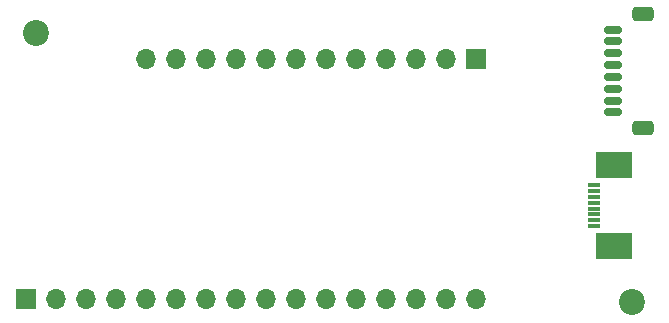
<source format=gbr>
%TF.GenerationSoftware,KiCad,Pcbnew,9.0.4*%
%TF.CreationDate,2025-11-17T08:26:25+00:00*%
%TF.ProjectId,MRF-Pro-v7.5,4d52462d-5072-46f2-9d76-372e352e6b69,rev?*%
%TF.SameCoordinates,Original*%
%TF.FileFunction,Soldermask,Top*%
%TF.FilePolarity,Negative*%
%FSLAX46Y46*%
G04 Gerber Fmt 4.6, Leading zero omitted, Abs format (unit mm)*
G04 Created by KiCad (PCBNEW 9.0.4) date 2025-11-17 08:26:25*
%MOMM*%
%LPD*%
G01*
G04 APERTURE LIST*
G04 Aperture macros list*
%AMRoundRect*
0 Rectangle with rounded corners*
0 $1 Rounding radius*
0 $2 $3 $4 $5 $6 $7 $8 $9 X,Y pos of 4 corners*
0 Add a 4 corners polygon primitive as box body*
4,1,4,$2,$3,$4,$5,$6,$7,$8,$9,$2,$3,0*
0 Add four circle primitives for the rounded corners*
1,1,$1+$1,$2,$3*
1,1,$1+$1,$4,$5*
1,1,$1+$1,$6,$7*
1,1,$1+$1,$8,$9*
0 Add four rect primitives between the rounded corners*
20,1,$1+$1,$2,$3,$4,$5,0*
20,1,$1+$1,$4,$5,$6,$7,0*
20,1,$1+$1,$6,$7,$8,$9,0*
20,1,$1+$1,$8,$9,$2,$3,0*%
G04 Aperture macros list end*
%ADD10R,1.700000X1.700000*%
%ADD11O,1.700000X1.700000*%
%ADD12RoundRect,0.150000X-0.625000X0.150000X-0.625000X-0.150000X0.625000X-0.150000X0.625000X0.150000X0*%
%ADD13RoundRect,0.250000X-0.650000X0.350000X-0.650000X-0.350000X0.650000X-0.350000X0.650000X0.350000X0*%
%ADD14C,2.200000*%
%ADD15R,1.100000X0.300000*%
%ADD16R,3.100000X2.300000*%
G04 APERTURE END LIST*
D10*
%TO.C,J2*%
X146050000Y-101600000D03*
D11*
X143510000Y-101600000D03*
X140970000Y-101600000D03*
X138430000Y-101600000D03*
X135890000Y-101600000D03*
X133350000Y-101600000D03*
X130810000Y-101600000D03*
X128270000Y-101600000D03*
X125730000Y-101600000D03*
X123190000Y-101600000D03*
X120650000Y-101600000D03*
X118110000Y-101600000D03*
%TD*%
D12*
%TO.C,J4*%
X157672800Y-99115400D03*
X157672800Y-100115400D03*
X157672800Y-101115400D03*
X157672800Y-102115400D03*
X157672800Y-103115400D03*
X157672800Y-104115400D03*
X157672800Y-105115400D03*
X157672800Y-106115400D03*
D13*
X160197800Y-97815400D03*
X160197800Y-107415400D03*
%TD*%
D10*
%TO.C,J1*%
X107950000Y-121920000D03*
D11*
X110490000Y-121920000D03*
X113030000Y-121920000D03*
X115570000Y-121920000D03*
X118110000Y-121920000D03*
X120650000Y-121920000D03*
X123190000Y-121920000D03*
X125730000Y-121920000D03*
X128270000Y-121920000D03*
X130810000Y-121920000D03*
X133350000Y-121920000D03*
X135890000Y-121920000D03*
X138430000Y-121920000D03*
X140970000Y-121920000D03*
X143510000Y-121920000D03*
X146050000Y-121920000D03*
%TD*%
D14*
%TO.C,REF\u002A\u002A*%
X159258000Y-122199400D03*
%TD*%
%TO.C,REF\u002A\u002A*%
X108788200Y-99364800D03*
%TD*%
D15*
%TO.C,J3*%
X156034000Y-115761600D03*
X156034000Y-115261600D03*
X156034000Y-114761600D03*
X156034000Y-114261600D03*
X156034000Y-113761600D03*
X156034000Y-113261600D03*
X156034000Y-112761600D03*
X156034000Y-112261600D03*
D16*
X157734000Y-117431600D03*
X157734000Y-110591600D03*
%TD*%
M02*

</source>
